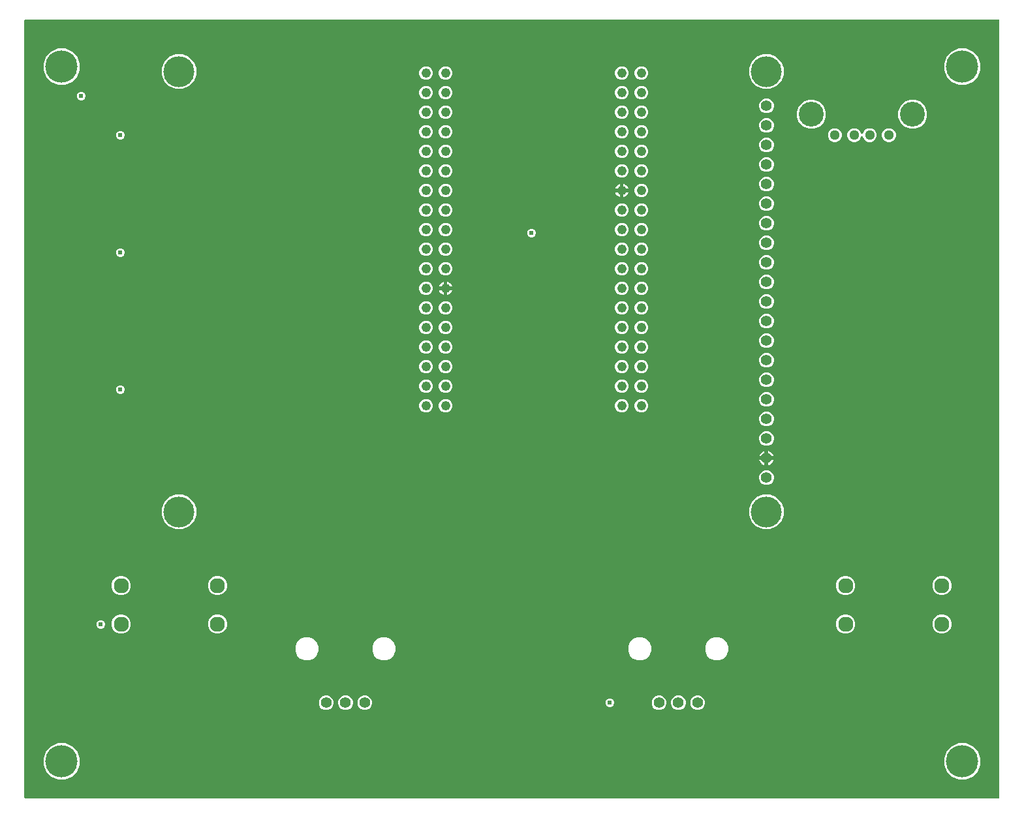
<source format=gbr>
G04 EAGLE Gerber RS-274X export*
G75*
%MOMM*%
%FSLAX34Y34*%
%LPD*%
%INCopper Layer 15*%
%IPPOS*%
%AMOC8*
5,1,8,0,0,1.08239X$1,22.5*%
G01*
%ADD10C,4.191000*%
%ADD11C,1.400000*%
%ADD12C,4.016000*%
%ADD13C,1.960000*%
%ADD14C,1.244600*%
%ADD15C,1.288000*%
%ADD16C,3.220000*%
%ADD17C,0.609600*%

G36*
X1266308Y2556D02*
X1266308Y2556D01*
X1266427Y2563D01*
X1266465Y2576D01*
X1266506Y2581D01*
X1266616Y2624D01*
X1266729Y2661D01*
X1266764Y2683D01*
X1266801Y2698D01*
X1266897Y2767D01*
X1266998Y2831D01*
X1267026Y2861D01*
X1267059Y2884D01*
X1267135Y2976D01*
X1267216Y3063D01*
X1267236Y3098D01*
X1267261Y3129D01*
X1267312Y3237D01*
X1267370Y3341D01*
X1267380Y3381D01*
X1267397Y3417D01*
X1267419Y3534D01*
X1267449Y3649D01*
X1267453Y3709D01*
X1267457Y3729D01*
X1267455Y3750D01*
X1267459Y3810D01*
X1267459Y1012190D01*
X1267444Y1012308D01*
X1267437Y1012427D01*
X1267424Y1012465D01*
X1267419Y1012506D01*
X1267376Y1012616D01*
X1267339Y1012729D01*
X1267317Y1012764D01*
X1267302Y1012801D01*
X1267233Y1012897D01*
X1267169Y1012998D01*
X1267139Y1013026D01*
X1267116Y1013059D01*
X1267024Y1013135D01*
X1266937Y1013216D01*
X1266902Y1013236D01*
X1266871Y1013261D01*
X1266763Y1013312D01*
X1266659Y1013370D01*
X1266619Y1013380D01*
X1266583Y1013397D01*
X1266466Y1013419D01*
X1266351Y1013449D01*
X1266291Y1013453D01*
X1266271Y1013457D01*
X1266250Y1013455D01*
X1266190Y1013459D01*
X3810Y1013459D01*
X3692Y1013444D01*
X3573Y1013437D01*
X3535Y1013424D01*
X3494Y1013419D01*
X3384Y1013376D01*
X3271Y1013339D01*
X3236Y1013317D01*
X3199Y1013302D01*
X3103Y1013233D01*
X3002Y1013169D01*
X2974Y1013139D01*
X2941Y1013116D01*
X2865Y1013024D01*
X2784Y1012937D01*
X2764Y1012902D01*
X2739Y1012871D01*
X2688Y1012763D01*
X2630Y1012659D01*
X2620Y1012619D01*
X2603Y1012583D01*
X2581Y1012466D01*
X2551Y1012351D01*
X2547Y1012291D01*
X2543Y1012271D01*
X2545Y1012250D01*
X2541Y1012190D01*
X2541Y3810D01*
X2556Y3692D01*
X2563Y3573D01*
X2576Y3535D01*
X2581Y3494D01*
X2624Y3384D01*
X2661Y3271D01*
X2683Y3236D01*
X2698Y3199D01*
X2767Y3103D01*
X2831Y3002D01*
X2861Y2974D01*
X2884Y2941D01*
X2976Y2865D01*
X3063Y2784D01*
X3098Y2764D01*
X3129Y2739D01*
X3237Y2688D01*
X3341Y2630D01*
X3381Y2620D01*
X3417Y2603D01*
X3534Y2581D01*
X3649Y2551D01*
X3709Y2547D01*
X3729Y2543D01*
X3750Y2545D01*
X3810Y2541D01*
X1266190Y2541D01*
X1266308Y2556D01*
G37*
%LPC*%
G36*
X46126Y27304D02*
X46126Y27304D01*
X37491Y30881D01*
X30881Y37491D01*
X27304Y46126D01*
X27304Y55474D01*
X30881Y64109D01*
X37491Y70719D01*
X46126Y74296D01*
X55474Y74296D01*
X64109Y70719D01*
X70719Y64109D01*
X74296Y55474D01*
X74296Y46126D01*
X70719Y37491D01*
X64109Y30881D01*
X55474Y27304D01*
X46126Y27304D01*
G37*
%LPD*%
%LPC*%
G36*
X1214526Y27304D02*
X1214526Y27304D01*
X1205891Y30881D01*
X1199281Y37491D01*
X1195704Y46126D01*
X1195704Y55474D01*
X1199281Y64109D01*
X1205891Y70719D01*
X1214526Y74296D01*
X1223874Y74296D01*
X1232509Y70719D01*
X1239119Y64109D01*
X1242696Y55474D01*
X1242696Y46126D01*
X1239119Y37491D01*
X1232509Y30881D01*
X1223874Y27304D01*
X1214526Y27304D01*
G37*
%LPD*%
%LPC*%
G36*
X46126Y929004D02*
X46126Y929004D01*
X37491Y932581D01*
X30881Y939191D01*
X27304Y947826D01*
X27304Y957174D01*
X30881Y965809D01*
X37491Y972419D01*
X46126Y975996D01*
X55474Y975996D01*
X64109Y972419D01*
X70719Y965809D01*
X74296Y957174D01*
X74296Y947826D01*
X70719Y939191D01*
X64109Y932581D01*
X55474Y929004D01*
X46126Y929004D01*
G37*
%LPD*%
%LPC*%
G36*
X1214526Y929004D02*
X1214526Y929004D01*
X1205891Y932581D01*
X1199281Y939191D01*
X1195704Y947826D01*
X1195704Y957174D01*
X1199281Y965809D01*
X1205891Y972419D01*
X1214526Y975996D01*
X1223874Y975996D01*
X1232509Y972419D01*
X1239119Y965809D01*
X1242696Y957174D01*
X1242696Y947826D01*
X1239119Y939191D01*
X1232509Y932581D01*
X1223874Y929004D01*
X1214526Y929004D01*
G37*
%LPD*%
%LPC*%
G36*
X198700Y923529D02*
X198700Y923529D01*
X190386Y926973D01*
X184023Y933336D01*
X180579Y941650D01*
X180579Y950650D01*
X184023Y958964D01*
X190386Y965327D01*
X198700Y968771D01*
X207700Y968771D01*
X216014Y965327D01*
X222377Y958964D01*
X225821Y950650D01*
X225821Y941650D01*
X222377Y933336D01*
X216014Y926973D01*
X207700Y923529D01*
X198700Y923529D01*
G37*
%LPD*%
%LPC*%
G36*
X960700Y923529D02*
X960700Y923529D01*
X952386Y926973D01*
X946023Y933336D01*
X942579Y941650D01*
X942579Y950650D01*
X946023Y958964D01*
X952386Y965327D01*
X960700Y968771D01*
X969700Y968771D01*
X978014Y965327D01*
X984377Y958964D01*
X987821Y950650D01*
X987821Y941650D01*
X984377Y933336D01*
X978014Y926973D01*
X969700Y923529D01*
X960700Y923529D01*
G37*
%LPD*%
%LPC*%
G36*
X198700Y352029D02*
X198700Y352029D01*
X190386Y355473D01*
X184023Y361836D01*
X180579Y370150D01*
X180579Y379150D01*
X184023Y387464D01*
X190386Y393827D01*
X198700Y397271D01*
X207700Y397271D01*
X216014Y393827D01*
X222377Y387464D01*
X225821Y379150D01*
X225821Y370150D01*
X222377Y361836D01*
X216014Y355473D01*
X207700Y352029D01*
X198700Y352029D01*
G37*
%LPD*%
%LPC*%
G36*
X960700Y352029D02*
X960700Y352029D01*
X952386Y355473D01*
X946023Y361836D01*
X942579Y370150D01*
X942579Y379150D01*
X946023Y387464D01*
X952386Y393827D01*
X960700Y397271D01*
X969700Y397271D01*
X978014Y393827D01*
X984377Y387464D01*
X987821Y379150D01*
X987821Y370150D01*
X984377Y361836D01*
X978014Y355473D01*
X969700Y352029D01*
X960700Y352029D01*
G37*
%LPD*%
%LPC*%
G36*
X1151092Y872059D02*
X1151092Y872059D01*
X1144241Y874897D01*
X1138997Y880141D01*
X1136159Y886992D01*
X1136159Y894408D01*
X1138997Y901259D01*
X1144241Y906503D01*
X1151092Y909341D01*
X1158508Y909341D01*
X1165359Y906503D01*
X1170603Y901259D01*
X1173441Y894408D01*
X1173441Y886992D01*
X1170603Y880141D01*
X1165359Y874897D01*
X1158508Y872059D01*
X1151092Y872059D01*
G37*
%LPD*%
%LPC*%
G36*
X1019692Y872059D02*
X1019692Y872059D01*
X1012841Y874897D01*
X1007597Y880141D01*
X1004759Y886992D01*
X1004759Y894408D01*
X1007597Y901259D01*
X1012841Y906503D01*
X1019692Y909341D01*
X1027108Y909341D01*
X1033959Y906503D01*
X1039203Y901259D01*
X1042041Y894408D01*
X1042041Y886992D01*
X1039203Y880141D01*
X1033959Y874897D01*
X1027108Y872059D01*
X1019692Y872059D01*
G37*
%LPD*%
%LPC*%
G36*
X897908Y181959D02*
X897908Y181959D01*
X892380Y184249D01*
X888149Y188480D01*
X885859Y194008D01*
X885859Y199992D01*
X888149Y205520D01*
X892380Y209751D01*
X897908Y212041D01*
X903892Y212041D01*
X909420Y209751D01*
X913651Y205520D01*
X915941Y199992D01*
X915941Y194008D01*
X913651Y188480D01*
X909420Y184249D01*
X903892Y181959D01*
X897908Y181959D01*
G37*
%LPD*%
%LPC*%
G36*
X466108Y181959D02*
X466108Y181959D01*
X460580Y184249D01*
X456349Y188480D01*
X454059Y194008D01*
X454059Y199992D01*
X456349Y205520D01*
X460580Y209751D01*
X466108Y212041D01*
X472092Y212041D01*
X477620Y209751D01*
X481851Y205520D01*
X484141Y199992D01*
X484141Y194008D01*
X481851Y188480D01*
X477620Y184249D01*
X472092Y181959D01*
X466108Y181959D01*
G37*
%LPD*%
%LPC*%
G36*
X366108Y181959D02*
X366108Y181959D01*
X360580Y184249D01*
X356349Y188480D01*
X354059Y194008D01*
X354059Y199992D01*
X356349Y205520D01*
X360580Y209751D01*
X366108Y212041D01*
X372092Y212041D01*
X377620Y209751D01*
X381851Y205520D01*
X384141Y199992D01*
X384141Y194008D01*
X381851Y188480D01*
X377620Y184249D01*
X372092Y181959D01*
X366108Y181959D01*
G37*
%LPD*%
%LPC*%
G36*
X797908Y181959D02*
X797908Y181959D01*
X792380Y184249D01*
X788149Y188480D01*
X785859Y194008D01*
X785859Y199992D01*
X788149Y205520D01*
X792380Y209751D01*
X797908Y212041D01*
X803892Y212041D01*
X809420Y209751D01*
X813651Y205520D01*
X815941Y199992D01*
X815941Y194008D01*
X813651Y188480D01*
X809420Y184249D01*
X803892Y181959D01*
X797908Y181959D01*
G37*
%LPD*%
%LPC*%
G36*
X1077314Y854619D02*
X1077314Y854619D01*
X1074013Y855986D01*
X1071486Y858513D01*
X1070119Y861814D01*
X1070119Y865386D01*
X1071486Y868687D01*
X1074013Y871214D01*
X1077314Y872581D01*
X1080886Y872581D01*
X1084187Y871214D01*
X1086714Y868687D01*
X1087927Y865757D01*
X1087996Y865636D01*
X1088061Y865513D01*
X1088075Y865498D01*
X1088085Y865480D01*
X1088182Y865380D01*
X1088275Y865278D01*
X1088292Y865267D01*
X1088306Y865252D01*
X1088424Y865179D01*
X1088541Y865103D01*
X1088560Y865096D01*
X1088577Y865086D01*
X1088710Y865045D01*
X1088842Y865000D01*
X1088862Y864998D01*
X1088881Y864992D01*
X1089020Y864986D01*
X1089159Y864974D01*
X1089179Y864978D01*
X1089199Y864977D01*
X1089335Y865005D01*
X1089472Y865029D01*
X1089490Y865037D01*
X1089510Y865041D01*
X1089636Y865103D01*
X1089762Y865159D01*
X1089778Y865172D01*
X1089796Y865181D01*
X1089902Y865272D01*
X1090010Y865358D01*
X1090023Y865374D01*
X1090038Y865387D01*
X1090118Y865502D01*
X1090202Y865612D01*
X1090214Y865637D01*
X1090221Y865647D01*
X1090228Y865667D01*
X1090273Y865757D01*
X1091486Y868687D01*
X1094013Y871214D01*
X1097314Y872581D01*
X1100886Y872581D01*
X1104187Y871214D01*
X1106714Y868687D01*
X1108081Y865386D01*
X1108081Y861814D01*
X1106714Y858513D01*
X1104187Y855986D01*
X1100886Y854619D01*
X1097314Y854619D01*
X1094013Y855986D01*
X1091486Y858513D01*
X1090273Y861443D01*
X1090204Y861564D01*
X1090139Y861687D01*
X1090125Y861702D01*
X1090115Y861720D01*
X1090018Y861820D01*
X1089925Y861922D01*
X1089908Y861933D01*
X1089894Y861948D01*
X1089775Y862021D01*
X1089659Y862097D01*
X1089640Y862104D01*
X1089623Y862114D01*
X1089490Y862155D01*
X1089358Y862200D01*
X1089338Y862202D01*
X1089319Y862208D01*
X1089180Y862214D01*
X1089041Y862226D01*
X1089021Y862222D01*
X1089001Y862223D01*
X1088865Y862195D01*
X1088728Y862171D01*
X1088709Y862163D01*
X1088690Y862159D01*
X1088564Y862097D01*
X1088438Y862041D01*
X1088422Y862028D01*
X1088404Y862019D01*
X1088298Y861929D01*
X1088190Y861842D01*
X1088177Y861826D01*
X1088162Y861813D01*
X1088082Y861699D01*
X1087998Y861588D01*
X1087986Y861563D01*
X1087979Y861553D01*
X1087972Y861533D01*
X1087927Y861443D01*
X1086714Y858513D01*
X1084187Y855986D01*
X1080886Y854619D01*
X1077314Y854619D01*
G37*
%LPD*%
%LPC*%
G36*
X1065345Y266659D02*
X1065345Y266659D01*
X1060810Y268538D01*
X1057338Y272010D01*
X1055459Y276545D01*
X1055459Y281455D01*
X1057338Y285990D01*
X1060810Y289462D01*
X1065345Y291341D01*
X1070255Y291341D01*
X1074790Y289462D01*
X1078262Y285990D01*
X1080141Y281455D01*
X1080141Y276545D01*
X1078262Y272010D01*
X1074790Y268538D01*
X1070255Y266659D01*
X1065345Y266659D01*
G37*
%LPD*%
%LPC*%
G36*
X1190345Y266659D02*
X1190345Y266659D01*
X1185810Y268538D01*
X1182338Y272010D01*
X1180459Y276545D01*
X1180459Y281455D01*
X1182338Y285990D01*
X1185810Y289462D01*
X1190345Y291341D01*
X1195255Y291341D01*
X1199790Y289462D01*
X1203262Y285990D01*
X1205141Y281455D01*
X1205141Y276545D01*
X1203262Y272010D01*
X1199790Y268538D01*
X1195255Y266659D01*
X1190345Y266659D01*
G37*
%LPD*%
%LPC*%
G36*
X125545Y266659D02*
X125545Y266659D01*
X121010Y268538D01*
X117538Y272010D01*
X115659Y276545D01*
X115659Y281455D01*
X117538Y285990D01*
X121010Y289462D01*
X125545Y291341D01*
X130455Y291341D01*
X134990Y289462D01*
X138462Y285990D01*
X140341Y281455D01*
X140341Y276545D01*
X138462Y272010D01*
X134990Y268538D01*
X130455Y266659D01*
X125545Y266659D01*
G37*
%LPD*%
%LPC*%
G36*
X250545Y266659D02*
X250545Y266659D01*
X246010Y268538D01*
X242538Y272010D01*
X240659Y276545D01*
X240659Y281455D01*
X242538Y285990D01*
X246010Y289462D01*
X250545Y291341D01*
X255455Y291341D01*
X259990Y289462D01*
X263462Y285990D01*
X265341Y281455D01*
X265341Y276545D01*
X263462Y272010D01*
X259990Y268538D01*
X255455Y266659D01*
X250545Y266659D01*
G37*
%LPD*%
%LPC*%
G36*
X1065345Y216659D02*
X1065345Y216659D01*
X1060810Y218538D01*
X1057338Y222010D01*
X1055459Y226545D01*
X1055459Y231455D01*
X1057338Y235990D01*
X1060810Y239462D01*
X1065345Y241341D01*
X1070255Y241341D01*
X1074790Y239462D01*
X1078262Y235990D01*
X1080141Y231455D01*
X1080141Y226545D01*
X1078262Y222010D01*
X1074790Y218538D01*
X1070255Y216659D01*
X1065345Y216659D01*
G37*
%LPD*%
%LPC*%
G36*
X250545Y216659D02*
X250545Y216659D01*
X246010Y218538D01*
X242538Y222010D01*
X240659Y226545D01*
X240659Y231455D01*
X242538Y235990D01*
X246010Y239462D01*
X250545Y241341D01*
X255455Y241341D01*
X259990Y239462D01*
X263462Y235990D01*
X265341Y231455D01*
X265341Y226545D01*
X263462Y222010D01*
X259990Y218538D01*
X255455Y216659D01*
X250545Y216659D01*
G37*
%LPD*%
%LPC*%
G36*
X125545Y216659D02*
X125545Y216659D01*
X121010Y218538D01*
X117538Y222010D01*
X115659Y226545D01*
X115659Y231455D01*
X117538Y235990D01*
X121010Y239462D01*
X125545Y241341D01*
X130455Y241341D01*
X134990Y239462D01*
X138462Y235990D01*
X140341Y231455D01*
X140341Y226545D01*
X138462Y222010D01*
X134990Y218538D01*
X130455Y216659D01*
X125545Y216659D01*
G37*
%LPD*%
%LPC*%
G36*
X1190345Y216659D02*
X1190345Y216659D01*
X1185810Y218538D01*
X1182338Y222010D01*
X1180459Y226545D01*
X1180459Y231455D01*
X1182338Y235990D01*
X1185810Y239462D01*
X1190345Y241341D01*
X1195255Y241341D01*
X1199790Y239462D01*
X1203262Y235990D01*
X1205141Y231455D01*
X1205141Y226545D01*
X1203262Y222010D01*
X1199790Y218538D01*
X1195255Y216659D01*
X1190345Y216659D01*
G37*
%LPD*%
%LPC*%
G36*
X963302Y663559D02*
X963302Y663559D01*
X959796Y665012D01*
X957112Y667696D01*
X955659Y671202D01*
X955659Y674998D01*
X957112Y678504D01*
X959796Y681188D01*
X963302Y682641D01*
X967098Y682641D01*
X970604Y681188D01*
X973288Y678504D01*
X974741Y674998D01*
X974741Y671202D01*
X973288Y667696D01*
X970604Y665012D01*
X967098Y663559D01*
X963302Y663559D01*
G37*
%LPD*%
%LPC*%
G36*
X392202Y117459D02*
X392202Y117459D01*
X388696Y118912D01*
X386012Y121596D01*
X384559Y125102D01*
X384559Y128898D01*
X386012Y132404D01*
X388696Y135088D01*
X392202Y136541D01*
X395998Y136541D01*
X399504Y135088D01*
X402188Y132404D01*
X403641Y128898D01*
X403641Y125102D01*
X402188Y121596D01*
X399504Y118912D01*
X395998Y117459D01*
X392202Y117459D01*
G37*
%LPD*%
%LPC*%
G36*
X417202Y117459D02*
X417202Y117459D01*
X413696Y118912D01*
X411012Y121596D01*
X409559Y125102D01*
X409559Y128898D01*
X411012Y132404D01*
X413696Y135088D01*
X417202Y136541D01*
X420998Y136541D01*
X424504Y135088D01*
X427188Y132404D01*
X428641Y128898D01*
X428641Y125102D01*
X427188Y121596D01*
X424504Y118912D01*
X420998Y117459D01*
X417202Y117459D01*
G37*
%LPD*%
%LPC*%
G36*
X963302Y739759D02*
X963302Y739759D01*
X959796Y741212D01*
X957112Y743896D01*
X955659Y747402D01*
X955659Y751198D01*
X957112Y754704D01*
X959796Y757388D01*
X963302Y758841D01*
X967098Y758841D01*
X970604Y757388D01*
X973288Y754704D01*
X974741Y751198D01*
X974741Y747402D01*
X973288Y743896D01*
X970604Y741212D01*
X967098Y739759D01*
X963302Y739759D01*
G37*
%LPD*%
%LPC*%
G36*
X963302Y714359D02*
X963302Y714359D01*
X959796Y715812D01*
X957112Y718496D01*
X955659Y722002D01*
X955659Y725798D01*
X957112Y729304D01*
X959796Y731988D01*
X963302Y733441D01*
X967098Y733441D01*
X970604Y731988D01*
X973288Y729304D01*
X974741Y725798D01*
X974741Y722002D01*
X973288Y718496D01*
X970604Y715812D01*
X967098Y714359D01*
X963302Y714359D01*
G37*
%LPD*%
%LPC*%
G36*
X442202Y117459D02*
X442202Y117459D01*
X438696Y118912D01*
X436012Y121596D01*
X434559Y125102D01*
X434559Y128898D01*
X436012Y132404D01*
X438696Y135088D01*
X442202Y136541D01*
X445998Y136541D01*
X449504Y135088D01*
X452188Y132404D01*
X453641Y128898D01*
X453641Y125102D01*
X452188Y121596D01*
X449504Y118912D01*
X445998Y117459D01*
X442202Y117459D01*
G37*
%LPD*%
%LPC*%
G36*
X963302Y841359D02*
X963302Y841359D01*
X959796Y842812D01*
X957112Y845496D01*
X955659Y849002D01*
X955659Y852798D01*
X957112Y856304D01*
X959796Y858988D01*
X963302Y860441D01*
X967098Y860441D01*
X970604Y858988D01*
X973288Y856304D01*
X974741Y852798D01*
X974741Y849002D01*
X973288Y845496D01*
X970604Y842812D01*
X967098Y841359D01*
X963302Y841359D01*
G37*
%LPD*%
%LPC*%
G36*
X824002Y117459D02*
X824002Y117459D01*
X820496Y118912D01*
X817812Y121596D01*
X816359Y125102D01*
X816359Y128898D01*
X817812Y132404D01*
X820496Y135088D01*
X824002Y136541D01*
X827798Y136541D01*
X831304Y135088D01*
X833988Y132404D01*
X835441Y128898D01*
X835441Y125102D01*
X833988Y121596D01*
X831304Y118912D01*
X827798Y117459D01*
X824002Y117459D01*
G37*
%LPD*%
%LPC*%
G36*
X849002Y117459D02*
X849002Y117459D01*
X845496Y118912D01*
X842812Y121596D01*
X841359Y125102D01*
X841359Y128898D01*
X842812Y132404D01*
X845496Y135088D01*
X849002Y136541D01*
X852798Y136541D01*
X856304Y135088D01*
X858988Y132404D01*
X860441Y128898D01*
X860441Y125102D01*
X858988Y121596D01*
X856304Y118912D01*
X852798Y117459D01*
X849002Y117459D01*
G37*
%LPD*%
%LPC*%
G36*
X874002Y117459D02*
X874002Y117459D01*
X870496Y118912D01*
X867812Y121596D01*
X866359Y125102D01*
X866359Y128898D01*
X867812Y132404D01*
X870496Y135088D01*
X874002Y136541D01*
X877798Y136541D01*
X881304Y135088D01*
X883988Y132404D01*
X885441Y128898D01*
X885441Y125102D01*
X883988Y121596D01*
X881304Y118912D01*
X877798Y117459D01*
X874002Y117459D01*
G37*
%LPD*%
%LPC*%
G36*
X963302Y892159D02*
X963302Y892159D01*
X959796Y893612D01*
X957112Y896296D01*
X955659Y899802D01*
X955659Y903598D01*
X957112Y907104D01*
X959796Y909788D01*
X963302Y911241D01*
X967098Y911241D01*
X970604Y909788D01*
X973288Y907104D01*
X974741Y903598D01*
X974741Y899802D01*
X973288Y896296D01*
X970604Y893612D01*
X967098Y892159D01*
X963302Y892159D01*
G37*
%LPD*%
%LPC*%
G36*
X963302Y815959D02*
X963302Y815959D01*
X959796Y817412D01*
X957112Y820096D01*
X955659Y823602D01*
X955659Y827398D01*
X957112Y830904D01*
X959796Y833588D01*
X963302Y835041D01*
X967098Y835041D01*
X970604Y833588D01*
X973288Y830904D01*
X974741Y827398D01*
X974741Y823602D01*
X973288Y820096D01*
X970604Y817412D01*
X967098Y815959D01*
X963302Y815959D01*
G37*
%LPD*%
%LPC*%
G36*
X963302Y866759D02*
X963302Y866759D01*
X959796Y868212D01*
X957112Y870896D01*
X955659Y874402D01*
X955659Y878198D01*
X957112Y881704D01*
X959796Y884388D01*
X963302Y885841D01*
X967098Y885841D01*
X970604Y884388D01*
X973288Y881704D01*
X974741Y878198D01*
X974741Y874402D01*
X973288Y870896D01*
X970604Y868212D01*
X967098Y866759D01*
X963302Y866759D01*
G37*
%LPD*%
%LPC*%
G36*
X963302Y409559D02*
X963302Y409559D01*
X959796Y411012D01*
X957112Y413696D01*
X955659Y417202D01*
X955659Y420998D01*
X957112Y424504D01*
X959796Y427188D01*
X963302Y428641D01*
X967098Y428641D01*
X970604Y427188D01*
X973288Y424504D01*
X974741Y420998D01*
X974741Y417202D01*
X973288Y413696D01*
X970604Y411012D01*
X967098Y409559D01*
X963302Y409559D01*
G37*
%LPD*%
%LPC*%
G36*
X963302Y460359D02*
X963302Y460359D01*
X959796Y461812D01*
X957112Y464496D01*
X955659Y468002D01*
X955659Y471798D01*
X957112Y475304D01*
X959796Y477988D01*
X963302Y479441D01*
X967098Y479441D01*
X970604Y477988D01*
X973288Y475304D01*
X974741Y471798D01*
X974741Y468002D01*
X973288Y464496D01*
X970604Y461812D01*
X967098Y460359D01*
X963302Y460359D01*
G37*
%LPD*%
%LPC*%
G36*
X963302Y485759D02*
X963302Y485759D01*
X959796Y487212D01*
X957112Y489896D01*
X955659Y493402D01*
X955659Y497198D01*
X957112Y500704D01*
X959796Y503388D01*
X963302Y504841D01*
X967098Y504841D01*
X970604Y503388D01*
X973288Y500704D01*
X974741Y497198D01*
X974741Y493402D01*
X973288Y489896D01*
X970604Y487212D01*
X967098Y485759D01*
X963302Y485759D01*
G37*
%LPD*%
%LPC*%
G36*
X963302Y790559D02*
X963302Y790559D01*
X959796Y792012D01*
X957112Y794696D01*
X955659Y798202D01*
X955659Y801998D01*
X957112Y805504D01*
X959796Y808188D01*
X963302Y809641D01*
X967098Y809641D01*
X970604Y808188D01*
X973288Y805504D01*
X974741Y801998D01*
X974741Y798202D01*
X973288Y794696D01*
X970604Y792012D01*
X967098Y790559D01*
X963302Y790559D01*
G37*
%LPD*%
%LPC*%
G36*
X963302Y511159D02*
X963302Y511159D01*
X959796Y512612D01*
X957112Y515296D01*
X955659Y518802D01*
X955659Y522598D01*
X957112Y526104D01*
X959796Y528788D01*
X963302Y530241D01*
X967098Y530241D01*
X970604Y528788D01*
X973288Y526104D01*
X974741Y522598D01*
X974741Y518802D01*
X973288Y515296D01*
X970604Y512612D01*
X967098Y511159D01*
X963302Y511159D01*
G37*
%LPD*%
%LPC*%
G36*
X963302Y536559D02*
X963302Y536559D01*
X959796Y538012D01*
X957112Y540696D01*
X955659Y544202D01*
X955659Y547998D01*
X957112Y551504D01*
X959796Y554188D01*
X963302Y555641D01*
X967098Y555641D01*
X970604Y554188D01*
X973288Y551504D01*
X974741Y547998D01*
X974741Y544202D01*
X973288Y540696D01*
X970604Y538012D01*
X967098Y536559D01*
X963302Y536559D01*
G37*
%LPD*%
%LPC*%
G36*
X963302Y561959D02*
X963302Y561959D01*
X959796Y563412D01*
X957112Y566096D01*
X955659Y569602D01*
X955659Y573398D01*
X957112Y576904D01*
X959796Y579588D01*
X963302Y581041D01*
X967098Y581041D01*
X970604Y579588D01*
X973288Y576904D01*
X974741Y573398D01*
X974741Y569602D01*
X973288Y566096D01*
X970604Y563412D01*
X967098Y561959D01*
X963302Y561959D01*
G37*
%LPD*%
%LPC*%
G36*
X963302Y587359D02*
X963302Y587359D01*
X959796Y588812D01*
X957112Y591496D01*
X955659Y595002D01*
X955659Y598798D01*
X957112Y602304D01*
X959796Y604988D01*
X963302Y606441D01*
X967098Y606441D01*
X970604Y604988D01*
X973288Y602304D01*
X974741Y598798D01*
X974741Y595002D01*
X973288Y591496D01*
X970604Y588812D01*
X967098Y587359D01*
X963302Y587359D01*
G37*
%LPD*%
%LPC*%
G36*
X963302Y612759D02*
X963302Y612759D01*
X959796Y614212D01*
X957112Y616896D01*
X955659Y620402D01*
X955659Y624198D01*
X957112Y627704D01*
X959796Y630388D01*
X963302Y631841D01*
X967098Y631841D01*
X970604Y630388D01*
X973288Y627704D01*
X974741Y624198D01*
X974741Y620402D01*
X973288Y616896D01*
X970604Y614212D01*
X967098Y612759D01*
X963302Y612759D01*
G37*
%LPD*%
%LPC*%
G36*
X963302Y638159D02*
X963302Y638159D01*
X959796Y639612D01*
X957112Y642296D01*
X955659Y645802D01*
X955659Y649598D01*
X957112Y653104D01*
X959796Y655788D01*
X963302Y657241D01*
X967098Y657241D01*
X970604Y655788D01*
X973288Y653104D01*
X974741Y649598D01*
X974741Y645802D01*
X973288Y642296D01*
X970604Y639612D01*
X967098Y638159D01*
X963302Y638159D01*
G37*
%LPD*%
%LPC*%
G36*
X963302Y688959D02*
X963302Y688959D01*
X959796Y690412D01*
X957112Y693096D01*
X955659Y696602D01*
X955659Y700398D01*
X957112Y703904D01*
X959796Y706588D01*
X963302Y708041D01*
X967098Y708041D01*
X970604Y706588D01*
X973288Y703904D01*
X974741Y700398D01*
X974741Y696602D01*
X973288Y693096D01*
X970604Y690412D01*
X967098Y688959D01*
X963302Y688959D01*
G37*
%LPD*%
%LPC*%
G36*
X963302Y765159D02*
X963302Y765159D01*
X959796Y766612D01*
X957112Y769296D01*
X955659Y772802D01*
X955659Y776598D01*
X957112Y780104D01*
X959796Y782788D01*
X963302Y784241D01*
X967098Y784241D01*
X970604Y782788D01*
X973288Y780104D01*
X974741Y776598D01*
X974741Y772802D01*
X973288Y769296D01*
X970604Y766612D01*
X967098Y765159D01*
X963302Y765159D01*
G37*
%LPD*%
%LPC*%
G36*
X1122314Y854619D02*
X1122314Y854619D01*
X1119013Y855986D01*
X1116486Y858513D01*
X1115119Y861814D01*
X1115119Y865386D01*
X1116486Y868687D01*
X1119013Y871214D01*
X1122314Y872581D01*
X1125886Y872581D01*
X1129187Y871214D01*
X1131714Y868687D01*
X1133081Y865386D01*
X1133081Y861814D01*
X1131714Y858513D01*
X1129187Y855986D01*
X1125886Y854619D01*
X1122314Y854619D01*
G37*
%LPD*%
%LPC*%
G36*
X1052314Y854619D02*
X1052314Y854619D01*
X1049013Y855986D01*
X1046486Y858513D01*
X1045119Y861814D01*
X1045119Y865386D01*
X1046486Y868687D01*
X1049013Y871214D01*
X1052314Y872581D01*
X1055886Y872581D01*
X1059187Y871214D01*
X1061714Y868687D01*
X1063081Y865386D01*
X1063081Y861814D01*
X1061714Y858513D01*
X1059187Y855986D01*
X1055886Y854619D01*
X1052314Y854619D01*
G37*
%LPD*%
%LPC*%
G36*
X547157Y757636D02*
X547157Y757636D01*
X543936Y758970D01*
X541470Y761436D01*
X540136Y764657D01*
X540136Y768143D01*
X541470Y771364D01*
X543936Y773830D01*
X547157Y775164D01*
X550643Y775164D01*
X553864Y773830D01*
X556330Y771364D01*
X557664Y768143D01*
X557664Y764657D01*
X556330Y761436D01*
X553864Y758970D01*
X550643Y757636D01*
X547157Y757636D01*
G37*
%LPD*%
%LPC*%
G36*
X521757Y757636D02*
X521757Y757636D01*
X518536Y758970D01*
X516070Y761436D01*
X514736Y764657D01*
X514736Y768143D01*
X516070Y771364D01*
X518536Y773830D01*
X521757Y775164D01*
X525243Y775164D01*
X528464Y773830D01*
X530930Y771364D01*
X532264Y768143D01*
X532264Y764657D01*
X530930Y761436D01*
X528464Y758970D01*
X525243Y757636D01*
X521757Y757636D01*
G37*
%LPD*%
%LPC*%
G36*
X775757Y757636D02*
X775757Y757636D01*
X772536Y758970D01*
X770070Y761436D01*
X768736Y764657D01*
X768736Y768143D01*
X770070Y771364D01*
X772536Y773830D01*
X775757Y775164D01*
X779243Y775164D01*
X782464Y773830D01*
X784930Y771364D01*
X786264Y768143D01*
X786264Y764657D01*
X784930Y761436D01*
X782464Y758970D01*
X779243Y757636D01*
X775757Y757636D01*
G37*
%LPD*%
%LPC*%
G36*
X801157Y732236D02*
X801157Y732236D01*
X797936Y733570D01*
X795470Y736036D01*
X794136Y739257D01*
X794136Y742743D01*
X795470Y745964D01*
X797936Y748430D01*
X801157Y749764D01*
X804643Y749764D01*
X807864Y748430D01*
X810330Y745964D01*
X811664Y742743D01*
X811664Y739257D01*
X810330Y736036D01*
X807864Y733570D01*
X804643Y732236D01*
X801157Y732236D01*
G37*
%LPD*%
%LPC*%
G36*
X775757Y732236D02*
X775757Y732236D01*
X772536Y733570D01*
X770070Y736036D01*
X768736Y739257D01*
X768736Y742743D01*
X770070Y745964D01*
X772536Y748430D01*
X775757Y749764D01*
X779243Y749764D01*
X782464Y748430D01*
X784930Y745964D01*
X786264Y742743D01*
X786264Y739257D01*
X784930Y736036D01*
X782464Y733570D01*
X779243Y732236D01*
X775757Y732236D01*
G37*
%LPD*%
%LPC*%
G36*
X547157Y732236D02*
X547157Y732236D01*
X543936Y733570D01*
X541470Y736036D01*
X540136Y739257D01*
X540136Y742743D01*
X541470Y745964D01*
X543936Y748430D01*
X547157Y749764D01*
X550643Y749764D01*
X553864Y748430D01*
X556330Y745964D01*
X557664Y742743D01*
X557664Y739257D01*
X556330Y736036D01*
X553864Y733570D01*
X550643Y732236D01*
X547157Y732236D01*
G37*
%LPD*%
%LPC*%
G36*
X521757Y732236D02*
X521757Y732236D01*
X518536Y733570D01*
X516070Y736036D01*
X514736Y739257D01*
X514736Y742743D01*
X516070Y745964D01*
X518536Y748430D01*
X521757Y749764D01*
X525243Y749764D01*
X528464Y748430D01*
X530930Y745964D01*
X532264Y742743D01*
X532264Y739257D01*
X530930Y736036D01*
X528464Y733570D01*
X525243Y732236D01*
X521757Y732236D01*
G37*
%LPD*%
%LPC*%
G36*
X801157Y656036D02*
X801157Y656036D01*
X797936Y657370D01*
X795470Y659836D01*
X794136Y663057D01*
X794136Y666543D01*
X795470Y669764D01*
X797936Y672230D01*
X801157Y673564D01*
X804643Y673564D01*
X807864Y672230D01*
X810330Y669764D01*
X811664Y666543D01*
X811664Y663057D01*
X810330Y659836D01*
X807864Y657370D01*
X804643Y656036D01*
X801157Y656036D01*
G37*
%LPD*%
%LPC*%
G36*
X801157Y757636D02*
X801157Y757636D01*
X797936Y758970D01*
X795470Y761436D01*
X794136Y764657D01*
X794136Y768143D01*
X795470Y771364D01*
X797936Y773830D01*
X801157Y775164D01*
X804643Y775164D01*
X807864Y773830D01*
X810330Y771364D01*
X811664Y768143D01*
X811664Y764657D01*
X810330Y761436D01*
X807864Y758970D01*
X804643Y757636D01*
X801157Y757636D01*
G37*
%LPD*%
%LPC*%
G36*
X521757Y706836D02*
X521757Y706836D01*
X518536Y708170D01*
X516070Y710636D01*
X514736Y713857D01*
X514736Y717343D01*
X516070Y720564D01*
X518536Y723030D01*
X521757Y724364D01*
X525243Y724364D01*
X528464Y723030D01*
X530930Y720564D01*
X532264Y717343D01*
X532264Y713857D01*
X530930Y710636D01*
X528464Y708170D01*
X525243Y706836D01*
X521757Y706836D01*
G37*
%LPD*%
%LPC*%
G36*
X801157Y706836D02*
X801157Y706836D01*
X797936Y708170D01*
X795470Y710636D01*
X794136Y713857D01*
X794136Y717343D01*
X795470Y720564D01*
X797936Y723030D01*
X801157Y724364D01*
X804643Y724364D01*
X807864Y723030D01*
X810330Y720564D01*
X811664Y717343D01*
X811664Y713857D01*
X810330Y710636D01*
X807864Y708170D01*
X804643Y706836D01*
X801157Y706836D01*
G37*
%LPD*%
%LPC*%
G36*
X775757Y706836D02*
X775757Y706836D01*
X772536Y708170D01*
X770070Y710636D01*
X768736Y713857D01*
X768736Y717343D01*
X770070Y720564D01*
X772536Y723030D01*
X775757Y724364D01*
X779243Y724364D01*
X782464Y723030D01*
X784930Y720564D01*
X786264Y717343D01*
X786264Y713857D01*
X784930Y710636D01*
X782464Y708170D01*
X779243Y706836D01*
X775757Y706836D01*
G37*
%LPD*%
%LPC*%
G36*
X547157Y706836D02*
X547157Y706836D01*
X543936Y708170D01*
X541470Y710636D01*
X540136Y713857D01*
X540136Y717343D01*
X541470Y720564D01*
X543936Y723030D01*
X547157Y724364D01*
X550643Y724364D01*
X553864Y723030D01*
X556330Y720564D01*
X557664Y717343D01*
X557664Y713857D01*
X556330Y710636D01*
X553864Y708170D01*
X550643Y706836D01*
X547157Y706836D01*
G37*
%LPD*%
%LPC*%
G36*
X801157Y935436D02*
X801157Y935436D01*
X797936Y936770D01*
X795470Y939236D01*
X794136Y942457D01*
X794136Y945943D01*
X795470Y949164D01*
X797936Y951630D01*
X801157Y952964D01*
X804643Y952964D01*
X807864Y951630D01*
X810330Y949164D01*
X811664Y945943D01*
X811664Y942457D01*
X810330Y939236D01*
X807864Y936770D01*
X804643Y935436D01*
X801157Y935436D01*
G37*
%LPD*%
%LPC*%
G36*
X521757Y859236D02*
X521757Y859236D01*
X518536Y860570D01*
X516070Y863036D01*
X514736Y866257D01*
X514736Y869743D01*
X516070Y872964D01*
X518536Y875430D01*
X521757Y876764D01*
X525243Y876764D01*
X528464Y875430D01*
X530930Y872964D01*
X532264Y869743D01*
X532264Y866257D01*
X530930Y863036D01*
X528464Y860570D01*
X525243Y859236D01*
X521757Y859236D01*
G37*
%LPD*%
%LPC*%
G36*
X801157Y681436D02*
X801157Y681436D01*
X797936Y682770D01*
X795470Y685236D01*
X794136Y688457D01*
X794136Y691943D01*
X795470Y695164D01*
X797936Y697630D01*
X801157Y698964D01*
X804643Y698964D01*
X807864Y697630D01*
X810330Y695164D01*
X811664Y691943D01*
X811664Y688457D01*
X810330Y685236D01*
X807864Y682770D01*
X804643Y681436D01*
X801157Y681436D01*
G37*
%LPD*%
%LPC*%
G36*
X775757Y681436D02*
X775757Y681436D01*
X772536Y682770D01*
X770070Y685236D01*
X768736Y688457D01*
X768736Y691943D01*
X770070Y695164D01*
X772536Y697630D01*
X775757Y698964D01*
X779243Y698964D01*
X782464Y697630D01*
X784930Y695164D01*
X786264Y691943D01*
X786264Y688457D01*
X784930Y685236D01*
X782464Y682770D01*
X779243Y681436D01*
X775757Y681436D01*
G37*
%LPD*%
%LPC*%
G36*
X547157Y681436D02*
X547157Y681436D01*
X543936Y682770D01*
X541470Y685236D01*
X540136Y688457D01*
X540136Y691943D01*
X541470Y695164D01*
X543936Y697630D01*
X547157Y698964D01*
X550643Y698964D01*
X553864Y697630D01*
X556330Y695164D01*
X557664Y691943D01*
X557664Y688457D01*
X556330Y685236D01*
X553864Y682770D01*
X550643Y681436D01*
X547157Y681436D01*
G37*
%LPD*%
%LPC*%
G36*
X521757Y681436D02*
X521757Y681436D01*
X518536Y682770D01*
X516070Y685236D01*
X514736Y688457D01*
X514736Y691943D01*
X516070Y695164D01*
X518536Y697630D01*
X521757Y698964D01*
X525243Y698964D01*
X528464Y697630D01*
X530930Y695164D01*
X532264Y691943D01*
X532264Y688457D01*
X530930Y685236D01*
X528464Y682770D01*
X525243Y681436D01*
X521757Y681436D01*
G37*
%LPD*%
%LPC*%
G36*
X801157Y859236D02*
X801157Y859236D01*
X797936Y860570D01*
X795470Y863036D01*
X794136Y866257D01*
X794136Y869743D01*
X795470Y872964D01*
X797936Y875430D01*
X801157Y876764D01*
X804643Y876764D01*
X807864Y875430D01*
X810330Y872964D01*
X811664Y869743D01*
X811664Y866257D01*
X810330Y863036D01*
X807864Y860570D01*
X804643Y859236D01*
X801157Y859236D01*
G37*
%LPD*%
%LPC*%
G36*
X547157Y859236D02*
X547157Y859236D01*
X543936Y860570D01*
X541470Y863036D01*
X540136Y866257D01*
X540136Y869743D01*
X541470Y872964D01*
X543936Y875430D01*
X547157Y876764D01*
X550643Y876764D01*
X553864Y875430D01*
X556330Y872964D01*
X557664Y869743D01*
X557664Y866257D01*
X556330Y863036D01*
X553864Y860570D01*
X550643Y859236D01*
X547157Y859236D01*
G37*
%LPD*%
%LPC*%
G36*
X775757Y656036D02*
X775757Y656036D01*
X772536Y657370D01*
X770070Y659836D01*
X768736Y663057D01*
X768736Y666543D01*
X770070Y669764D01*
X772536Y672230D01*
X775757Y673564D01*
X779243Y673564D01*
X782464Y672230D01*
X784930Y669764D01*
X786264Y666543D01*
X786264Y663057D01*
X784930Y659836D01*
X782464Y657370D01*
X779243Y656036D01*
X775757Y656036D01*
G37*
%LPD*%
%LPC*%
G36*
X521757Y656036D02*
X521757Y656036D01*
X518536Y657370D01*
X516070Y659836D01*
X514736Y663057D01*
X514736Y666543D01*
X516070Y669764D01*
X518536Y672230D01*
X521757Y673564D01*
X525243Y673564D01*
X528464Y672230D01*
X530930Y669764D01*
X532264Y666543D01*
X532264Y663057D01*
X530930Y659836D01*
X528464Y657370D01*
X525243Y656036D01*
X521757Y656036D01*
G37*
%LPD*%
%LPC*%
G36*
X775757Y859236D02*
X775757Y859236D01*
X772536Y860570D01*
X770070Y863036D01*
X768736Y866257D01*
X768736Y869743D01*
X770070Y872964D01*
X772536Y875430D01*
X775757Y876764D01*
X779243Y876764D01*
X782464Y875430D01*
X784930Y872964D01*
X786264Y869743D01*
X786264Y866257D01*
X784930Y863036D01*
X782464Y860570D01*
X779243Y859236D01*
X775757Y859236D01*
G37*
%LPD*%
%LPC*%
G36*
X801157Y833836D02*
X801157Y833836D01*
X797936Y835170D01*
X795470Y837636D01*
X794136Y840857D01*
X794136Y844343D01*
X795470Y847564D01*
X797936Y850030D01*
X801157Y851364D01*
X804643Y851364D01*
X807864Y850030D01*
X810330Y847564D01*
X811664Y844343D01*
X811664Y840857D01*
X810330Y837636D01*
X807864Y835170D01*
X804643Y833836D01*
X801157Y833836D01*
G37*
%LPD*%
%LPC*%
G36*
X775757Y833836D02*
X775757Y833836D01*
X772536Y835170D01*
X770070Y837636D01*
X768736Y840857D01*
X768736Y844343D01*
X770070Y847564D01*
X772536Y850030D01*
X775757Y851364D01*
X779243Y851364D01*
X782464Y850030D01*
X784930Y847564D01*
X786264Y844343D01*
X786264Y840857D01*
X784930Y837636D01*
X782464Y835170D01*
X779243Y833836D01*
X775757Y833836D01*
G37*
%LPD*%
%LPC*%
G36*
X547157Y833836D02*
X547157Y833836D01*
X543936Y835170D01*
X541470Y837636D01*
X540136Y840857D01*
X540136Y844343D01*
X541470Y847564D01*
X543936Y850030D01*
X547157Y851364D01*
X550643Y851364D01*
X553864Y850030D01*
X556330Y847564D01*
X557664Y844343D01*
X557664Y840857D01*
X556330Y837636D01*
X553864Y835170D01*
X550643Y833836D01*
X547157Y833836D01*
G37*
%LPD*%
%LPC*%
G36*
X775757Y935436D02*
X775757Y935436D01*
X772536Y936770D01*
X770070Y939236D01*
X768736Y942457D01*
X768736Y945943D01*
X770070Y949164D01*
X772536Y951630D01*
X775757Y952964D01*
X779243Y952964D01*
X782464Y951630D01*
X784930Y949164D01*
X786264Y945943D01*
X786264Y942457D01*
X784930Y939236D01*
X782464Y936770D01*
X779243Y935436D01*
X775757Y935436D01*
G37*
%LPD*%
%LPC*%
G36*
X801157Y630636D02*
X801157Y630636D01*
X797936Y631970D01*
X795470Y634436D01*
X794136Y637657D01*
X794136Y641143D01*
X795470Y644364D01*
X797936Y646830D01*
X801157Y648164D01*
X804643Y648164D01*
X807864Y646830D01*
X810330Y644364D01*
X811664Y641143D01*
X811664Y637657D01*
X810330Y634436D01*
X807864Y631970D01*
X804643Y630636D01*
X801157Y630636D01*
G37*
%LPD*%
%LPC*%
G36*
X775757Y630636D02*
X775757Y630636D01*
X772536Y631970D01*
X770070Y634436D01*
X768736Y637657D01*
X768736Y641143D01*
X770070Y644364D01*
X772536Y646830D01*
X775757Y648164D01*
X779243Y648164D01*
X782464Y646830D01*
X784930Y644364D01*
X786264Y641143D01*
X786264Y637657D01*
X784930Y634436D01*
X782464Y631970D01*
X779243Y630636D01*
X775757Y630636D01*
G37*
%LPD*%
%LPC*%
G36*
X547157Y630636D02*
X547157Y630636D01*
X543936Y631970D01*
X541470Y634436D01*
X540136Y637657D01*
X540136Y641143D01*
X541470Y644364D01*
X543936Y646830D01*
X547157Y648164D01*
X550643Y648164D01*
X553864Y646830D01*
X556330Y644364D01*
X557664Y641143D01*
X557664Y637657D01*
X556330Y634436D01*
X553864Y631970D01*
X550643Y630636D01*
X547157Y630636D01*
G37*
%LPD*%
%LPC*%
G36*
X521757Y630636D02*
X521757Y630636D01*
X518536Y631970D01*
X516070Y634436D01*
X514736Y637657D01*
X514736Y641143D01*
X516070Y644364D01*
X518536Y646830D01*
X521757Y648164D01*
X525243Y648164D01*
X528464Y646830D01*
X530930Y644364D01*
X532264Y641143D01*
X532264Y637657D01*
X530930Y634436D01*
X528464Y631970D01*
X525243Y630636D01*
X521757Y630636D01*
G37*
%LPD*%
%LPC*%
G36*
X547157Y935436D02*
X547157Y935436D01*
X543936Y936770D01*
X541470Y939236D01*
X540136Y942457D01*
X540136Y945943D01*
X541470Y949164D01*
X543936Y951630D01*
X547157Y952964D01*
X550643Y952964D01*
X553864Y951630D01*
X556330Y949164D01*
X557664Y945943D01*
X557664Y942457D01*
X556330Y939236D01*
X553864Y936770D01*
X550643Y935436D01*
X547157Y935436D01*
G37*
%LPD*%
%LPC*%
G36*
X801157Y605236D02*
X801157Y605236D01*
X797936Y606570D01*
X795470Y609036D01*
X794136Y612257D01*
X794136Y615743D01*
X795470Y618964D01*
X797936Y621430D01*
X801157Y622764D01*
X804643Y622764D01*
X807864Y621430D01*
X810330Y618964D01*
X811664Y615743D01*
X811664Y612257D01*
X810330Y609036D01*
X807864Y606570D01*
X804643Y605236D01*
X801157Y605236D01*
G37*
%LPD*%
%LPC*%
G36*
X775757Y605236D02*
X775757Y605236D01*
X772536Y606570D01*
X770070Y609036D01*
X768736Y612257D01*
X768736Y615743D01*
X770070Y618964D01*
X772536Y621430D01*
X775757Y622764D01*
X779243Y622764D01*
X782464Y621430D01*
X784930Y618964D01*
X786264Y615743D01*
X786264Y612257D01*
X784930Y609036D01*
X782464Y606570D01*
X779243Y605236D01*
X775757Y605236D01*
G37*
%LPD*%
%LPC*%
G36*
X547157Y605236D02*
X547157Y605236D01*
X543936Y606570D01*
X541470Y609036D01*
X540136Y612257D01*
X540136Y615743D01*
X541470Y618964D01*
X543936Y621430D01*
X547157Y622764D01*
X550643Y622764D01*
X553864Y621430D01*
X556330Y618964D01*
X557664Y615743D01*
X557664Y612257D01*
X556330Y609036D01*
X553864Y606570D01*
X550643Y605236D01*
X547157Y605236D01*
G37*
%LPD*%
%LPC*%
G36*
X521757Y605236D02*
X521757Y605236D01*
X518536Y606570D01*
X516070Y609036D01*
X514736Y612257D01*
X514736Y615743D01*
X516070Y618964D01*
X518536Y621430D01*
X521757Y622764D01*
X525243Y622764D01*
X528464Y621430D01*
X530930Y618964D01*
X532264Y615743D01*
X532264Y612257D01*
X530930Y609036D01*
X528464Y606570D01*
X525243Y605236D01*
X521757Y605236D01*
G37*
%LPD*%
%LPC*%
G36*
X521757Y935436D02*
X521757Y935436D01*
X518536Y936770D01*
X516070Y939236D01*
X514736Y942457D01*
X514736Y945943D01*
X516070Y949164D01*
X518536Y951630D01*
X521757Y952964D01*
X525243Y952964D01*
X528464Y951630D01*
X530930Y949164D01*
X532264Y945943D01*
X532264Y942457D01*
X530930Y939236D01*
X528464Y936770D01*
X525243Y935436D01*
X521757Y935436D01*
G37*
%LPD*%
%LPC*%
G36*
X801157Y579836D02*
X801157Y579836D01*
X797936Y581170D01*
X795470Y583636D01*
X794136Y586857D01*
X794136Y590343D01*
X795470Y593564D01*
X797936Y596030D01*
X801157Y597364D01*
X804643Y597364D01*
X807864Y596030D01*
X810330Y593564D01*
X811664Y590343D01*
X811664Y586857D01*
X810330Y583636D01*
X807864Y581170D01*
X804643Y579836D01*
X801157Y579836D01*
G37*
%LPD*%
%LPC*%
G36*
X775757Y579836D02*
X775757Y579836D01*
X772536Y581170D01*
X770070Y583636D01*
X768736Y586857D01*
X768736Y590343D01*
X770070Y593564D01*
X772536Y596030D01*
X775757Y597364D01*
X779243Y597364D01*
X782464Y596030D01*
X784930Y593564D01*
X786264Y590343D01*
X786264Y586857D01*
X784930Y583636D01*
X782464Y581170D01*
X779243Y579836D01*
X775757Y579836D01*
G37*
%LPD*%
%LPC*%
G36*
X547157Y579836D02*
X547157Y579836D01*
X543936Y581170D01*
X541470Y583636D01*
X540136Y586857D01*
X540136Y590343D01*
X541470Y593564D01*
X543936Y596030D01*
X547157Y597364D01*
X550643Y597364D01*
X553864Y596030D01*
X556330Y593564D01*
X557664Y590343D01*
X557664Y586857D01*
X556330Y583636D01*
X553864Y581170D01*
X550643Y579836D01*
X547157Y579836D01*
G37*
%LPD*%
%LPC*%
G36*
X521757Y579836D02*
X521757Y579836D01*
X518536Y581170D01*
X516070Y583636D01*
X514736Y586857D01*
X514736Y590343D01*
X516070Y593564D01*
X518536Y596030D01*
X521757Y597364D01*
X525243Y597364D01*
X528464Y596030D01*
X530930Y593564D01*
X532264Y590343D01*
X532264Y586857D01*
X530930Y583636D01*
X528464Y581170D01*
X525243Y579836D01*
X521757Y579836D01*
G37*
%LPD*%
%LPC*%
G36*
X801157Y783036D02*
X801157Y783036D01*
X797936Y784370D01*
X795470Y786836D01*
X794136Y790057D01*
X794136Y793543D01*
X795470Y796764D01*
X797936Y799230D01*
X801157Y800564D01*
X804643Y800564D01*
X807864Y799230D01*
X810330Y796764D01*
X811664Y793543D01*
X811664Y790057D01*
X810330Y786836D01*
X807864Y784370D01*
X804643Y783036D01*
X801157Y783036D01*
G37*
%LPD*%
%LPC*%
G36*
X801157Y554436D02*
X801157Y554436D01*
X797936Y555770D01*
X795470Y558236D01*
X794136Y561457D01*
X794136Y564943D01*
X795470Y568164D01*
X797936Y570630D01*
X801157Y571964D01*
X804643Y571964D01*
X807864Y570630D01*
X810330Y568164D01*
X811664Y564943D01*
X811664Y561457D01*
X810330Y558236D01*
X807864Y555770D01*
X804643Y554436D01*
X801157Y554436D01*
G37*
%LPD*%
%LPC*%
G36*
X775757Y554436D02*
X775757Y554436D01*
X772536Y555770D01*
X770070Y558236D01*
X768736Y561457D01*
X768736Y564943D01*
X770070Y568164D01*
X772536Y570630D01*
X775757Y571964D01*
X779243Y571964D01*
X782464Y570630D01*
X784930Y568164D01*
X786264Y564943D01*
X786264Y561457D01*
X784930Y558236D01*
X782464Y555770D01*
X779243Y554436D01*
X775757Y554436D01*
G37*
%LPD*%
%LPC*%
G36*
X547157Y554436D02*
X547157Y554436D01*
X543936Y555770D01*
X541470Y558236D01*
X540136Y561457D01*
X540136Y564943D01*
X541470Y568164D01*
X543936Y570630D01*
X547157Y571964D01*
X550643Y571964D01*
X553864Y570630D01*
X556330Y568164D01*
X557664Y564943D01*
X557664Y561457D01*
X556330Y558236D01*
X553864Y555770D01*
X550643Y554436D01*
X547157Y554436D01*
G37*
%LPD*%
%LPC*%
G36*
X521757Y554436D02*
X521757Y554436D01*
X518536Y555770D01*
X516070Y558236D01*
X514736Y561457D01*
X514736Y564943D01*
X516070Y568164D01*
X518536Y570630D01*
X521757Y571964D01*
X525243Y571964D01*
X528464Y570630D01*
X530930Y568164D01*
X532264Y564943D01*
X532264Y561457D01*
X530930Y558236D01*
X528464Y555770D01*
X525243Y554436D01*
X521757Y554436D01*
G37*
%LPD*%
%LPC*%
G36*
X521757Y783036D02*
X521757Y783036D01*
X518536Y784370D01*
X516070Y786836D01*
X514736Y790057D01*
X514736Y793543D01*
X516070Y796764D01*
X518536Y799230D01*
X521757Y800564D01*
X525243Y800564D01*
X528464Y799230D01*
X530930Y796764D01*
X532264Y793543D01*
X532264Y790057D01*
X530930Y786836D01*
X528464Y784370D01*
X525243Y783036D01*
X521757Y783036D01*
G37*
%LPD*%
%LPC*%
G36*
X547157Y529036D02*
X547157Y529036D01*
X543936Y530370D01*
X541470Y532836D01*
X540136Y536057D01*
X540136Y539543D01*
X541470Y542764D01*
X543936Y545230D01*
X547157Y546564D01*
X550643Y546564D01*
X553864Y545230D01*
X556330Y542764D01*
X557664Y539543D01*
X557664Y536057D01*
X556330Y532836D01*
X553864Y530370D01*
X550643Y529036D01*
X547157Y529036D01*
G37*
%LPD*%
%LPC*%
G36*
X521757Y529036D02*
X521757Y529036D01*
X518536Y530370D01*
X516070Y532836D01*
X514736Y536057D01*
X514736Y539543D01*
X516070Y542764D01*
X518536Y545230D01*
X521757Y546564D01*
X525243Y546564D01*
X528464Y545230D01*
X530930Y542764D01*
X532264Y539543D01*
X532264Y536057D01*
X530930Y532836D01*
X528464Y530370D01*
X525243Y529036D01*
X521757Y529036D01*
G37*
%LPD*%
%LPC*%
G36*
X801157Y529036D02*
X801157Y529036D01*
X797936Y530370D01*
X795470Y532836D01*
X794136Y536057D01*
X794136Y539543D01*
X795470Y542764D01*
X797936Y545230D01*
X801157Y546564D01*
X804643Y546564D01*
X807864Y545230D01*
X810330Y542764D01*
X811664Y539543D01*
X811664Y536057D01*
X810330Y532836D01*
X807864Y530370D01*
X804643Y529036D01*
X801157Y529036D01*
G37*
%LPD*%
%LPC*%
G36*
X775757Y529036D02*
X775757Y529036D01*
X772536Y530370D01*
X770070Y532836D01*
X768736Y536057D01*
X768736Y539543D01*
X770070Y542764D01*
X772536Y545230D01*
X775757Y546564D01*
X779243Y546564D01*
X782464Y545230D01*
X784930Y542764D01*
X786264Y539543D01*
X786264Y536057D01*
X784930Y532836D01*
X782464Y530370D01*
X779243Y529036D01*
X775757Y529036D01*
G37*
%LPD*%
%LPC*%
G36*
X547157Y910036D02*
X547157Y910036D01*
X543936Y911370D01*
X541470Y913836D01*
X540136Y917057D01*
X540136Y920543D01*
X541470Y923764D01*
X543936Y926230D01*
X547157Y927564D01*
X550643Y927564D01*
X553864Y926230D01*
X556330Y923764D01*
X557664Y920543D01*
X557664Y917057D01*
X556330Y913836D01*
X553864Y911370D01*
X550643Y910036D01*
X547157Y910036D01*
G37*
%LPD*%
%LPC*%
G36*
X547157Y783036D02*
X547157Y783036D01*
X543936Y784370D01*
X541470Y786836D01*
X540136Y790057D01*
X540136Y793543D01*
X541470Y796764D01*
X543936Y799230D01*
X547157Y800564D01*
X550643Y800564D01*
X553864Y799230D01*
X556330Y796764D01*
X557664Y793543D01*
X557664Y790057D01*
X556330Y786836D01*
X553864Y784370D01*
X550643Y783036D01*
X547157Y783036D01*
G37*
%LPD*%
%LPC*%
G36*
X801157Y503636D02*
X801157Y503636D01*
X797936Y504970D01*
X795470Y507436D01*
X794136Y510657D01*
X794136Y514143D01*
X795470Y517364D01*
X797936Y519830D01*
X801157Y521164D01*
X804643Y521164D01*
X807864Y519830D01*
X810330Y517364D01*
X811664Y514143D01*
X811664Y510657D01*
X810330Y507436D01*
X807864Y504970D01*
X804643Y503636D01*
X801157Y503636D01*
G37*
%LPD*%
%LPC*%
G36*
X775757Y503636D02*
X775757Y503636D01*
X772536Y504970D01*
X770070Y507436D01*
X768736Y510657D01*
X768736Y514143D01*
X770070Y517364D01*
X772536Y519830D01*
X775757Y521164D01*
X779243Y521164D01*
X782464Y519830D01*
X784930Y517364D01*
X786264Y514143D01*
X786264Y510657D01*
X784930Y507436D01*
X782464Y504970D01*
X779243Y503636D01*
X775757Y503636D01*
G37*
%LPD*%
%LPC*%
G36*
X547157Y503636D02*
X547157Y503636D01*
X543936Y504970D01*
X541470Y507436D01*
X540136Y510657D01*
X540136Y514143D01*
X541470Y517364D01*
X543936Y519830D01*
X547157Y521164D01*
X550643Y521164D01*
X553864Y519830D01*
X556330Y517364D01*
X557664Y514143D01*
X557664Y510657D01*
X556330Y507436D01*
X553864Y504970D01*
X550643Y503636D01*
X547157Y503636D01*
G37*
%LPD*%
%LPC*%
G36*
X521757Y503636D02*
X521757Y503636D01*
X518536Y504970D01*
X516070Y507436D01*
X514736Y510657D01*
X514736Y514143D01*
X516070Y517364D01*
X518536Y519830D01*
X521757Y521164D01*
X525243Y521164D01*
X528464Y519830D01*
X530930Y517364D01*
X532264Y514143D01*
X532264Y510657D01*
X530930Y507436D01*
X528464Y504970D01*
X525243Y503636D01*
X521757Y503636D01*
G37*
%LPD*%
%LPC*%
G36*
X521757Y808436D02*
X521757Y808436D01*
X518536Y809770D01*
X516070Y812236D01*
X514736Y815457D01*
X514736Y818943D01*
X516070Y822164D01*
X518536Y824630D01*
X521757Y825964D01*
X525243Y825964D01*
X528464Y824630D01*
X530930Y822164D01*
X532264Y818943D01*
X532264Y815457D01*
X530930Y812236D01*
X528464Y809770D01*
X525243Y808436D01*
X521757Y808436D01*
G37*
%LPD*%
%LPC*%
G36*
X547157Y808436D02*
X547157Y808436D01*
X543936Y809770D01*
X541470Y812236D01*
X540136Y815457D01*
X540136Y818943D01*
X541470Y822164D01*
X543936Y824630D01*
X547157Y825964D01*
X550643Y825964D01*
X553864Y824630D01*
X556330Y822164D01*
X557664Y818943D01*
X557664Y815457D01*
X556330Y812236D01*
X553864Y809770D01*
X550643Y808436D01*
X547157Y808436D01*
G37*
%LPD*%
%LPC*%
G36*
X521757Y910036D02*
X521757Y910036D01*
X518536Y911370D01*
X516070Y913836D01*
X514736Y917057D01*
X514736Y920543D01*
X516070Y923764D01*
X518536Y926230D01*
X521757Y927564D01*
X525243Y927564D01*
X528464Y926230D01*
X530930Y923764D01*
X532264Y920543D01*
X532264Y917057D01*
X530930Y913836D01*
X528464Y911370D01*
X525243Y910036D01*
X521757Y910036D01*
G37*
%LPD*%
%LPC*%
G36*
X801157Y910036D02*
X801157Y910036D01*
X797936Y911370D01*
X795470Y913836D01*
X794136Y917057D01*
X794136Y920543D01*
X795470Y923764D01*
X797936Y926230D01*
X801157Y927564D01*
X804643Y927564D01*
X807864Y926230D01*
X810330Y923764D01*
X811664Y920543D01*
X811664Y917057D01*
X810330Y913836D01*
X807864Y911370D01*
X804643Y910036D01*
X801157Y910036D01*
G37*
%LPD*%
%LPC*%
G36*
X775757Y910036D02*
X775757Y910036D01*
X772536Y911370D01*
X770070Y913836D01*
X768736Y917057D01*
X768736Y920543D01*
X770070Y923764D01*
X772536Y926230D01*
X775757Y927564D01*
X779243Y927564D01*
X782464Y926230D01*
X784930Y923764D01*
X786264Y920543D01*
X786264Y917057D01*
X784930Y913836D01*
X782464Y911370D01*
X779243Y910036D01*
X775757Y910036D01*
G37*
%LPD*%
%LPC*%
G36*
X521757Y833836D02*
X521757Y833836D01*
X518536Y835170D01*
X516070Y837636D01*
X514736Y840857D01*
X514736Y844343D01*
X516070Y847564D01*
X518536Y850030D01*
X521757Y851364D01*
X525243Y851364D01*
X528464Y850030D01*
X530930Y847564D01*
X532264Y844343D01*
X532264Y840857D01*
X530930Y837636D01*
X528464Y835170D01*
X525243Y833836D01*
X521757Y833836D01*
G37*
%LPD*%
%LPC*%
G36*
X775757Y808436D02*
X775757Y808436D01*
X772536Y809770D01*
X770070Y812236D01*
X768736Y815457D01*
X768736Y818943D01*
X770070Y822164D01*
X772536Y824630D01*
X775757Y825964D01*
X779243Y825964D01*
X782464Y824630D01*
X784930Y822164D01*
X786264Y818943D01*
X786264Y815457D01*
X784930Y812236D01*
X782464Y809770D01*
X779243Y808436D01*
X775757Y808436D01*
G37*
%LPD*%
%LPC*%
G36*
X801157Y808436D02*
X801157Y808436D01*
X797936Y809770D01*
X795470Y812236D01*
X794136Y815457D01*
X794136Y818943D01*
X795470Y822164D01*
X797936Y824630D01*
X801157Y825964D01*
X804643Y825964D01*
X807864Y824630D01*
X810330Y822164D01*
X811664Y818943D01*
X811664Y815457D01*
X810330Y812236D01*
X807864Y809770D01*
X804643Y808436D01*
X801157Y808436D01*
G37*
%LPD*%
%LPC*%
G36*
X521757Y884636D02*
X521757Y884636D01*
X518536Y885970D01*
X516070Y888436D01*
X514736Y891657D01*
X514736Y895143D01*
X516070Y898364D01*
X518536Y900830D01*
X521757Y902164D01*
X525243Y902164D01*
X528464Y900830D01*
X530930Y898364D01*
X532264Y895143D01*
X532264Y891657D01*
X530930Y888436D01*
X528464Y885970D01*
X525243Y884636D01*
X521757Y884636D01*
G37*
%LPD*%
%LPC*%
G36*
X547157Y884636D02*
X547157Y884636D01*
X543936Y885970D01*
X541470Y888436D01*
X540136Y891657D01*
X540136Y895143D01*
X541470Y898364D01*
X543936Y900830D01*
X547157Y902164D01*
X550643Y902164D01*
X553864Y900830D01*
X556330Y898364D01*
X557664Y895143D01*
X557664Y891657D01*
X556330Y888436D01*
X553864Y885970D01*
X550643Y884636D01*
X547157Y884636D01*
G37*
%LPD*%
%LPC*%
G36*
X775757Y884636D02*
X775757Y884636D01*
X772536Y885970D01*
X770070Y888436D01*
X768736Y891657D01*
X768736Y895143D01*
X770070Y898364D01*
X772536Y900830D01*
X775757Y902164D01*
X779243Y902164D01*
X782464Y900830D01*
X784930Y898364D01*
X786264Y895143D01*
X786264Y891657D01*
X784930Y888436D01*
X782464Y885970D01*
X779243Y884636D01*
X775757Y884636D01*
G37*
%LPD*%
%LPC*%
G36*
X801157Y884636D02*
X801157Y884636D01*
X797936Y885970D01*
X795470Y888436D01*
X794136Y891657D01*
X794136Y895143D01*
X795470Y898364D01*
X797936Y900830D01*
X801157Y902164D01*
X804643Y902164D01*
X807864Y900830D01*
X810330Y898364D01*
X811664Y895143D01*
X811664Y891657D01*
X810330Y888436D01*
X807864Y885970D01*
X804643Y884636D01*
X801157Y884636D01*
G37*
%LPD*%
%LPC*%
G36*
X659288Y731011D02*
X659288Y731011D01*
X657234Y731862D01*
X655662Y733434D01*
X654811Y735488D01*
X654811Y737712D01*
X655662Y739766D01*
X657234Y741338D01*
X659288Y742189D01*
X661512Y742189D01*
X663566Y741338D01*
X665138Y739766D01*
X665989Y737712D01*
X665989Y735488D01*
X665138Y733434D01*
X663566Y731862D01*
X661512Y731011D01*
X659288Y731011D01*
G37*
%LPD*%
%LPC*%
G36*
X75088Y908811D02*
X75088Y908811D01*
X73034Y909662D01*
X71462Y911234D01*
X70611Y913288D01*
X70611Y915512D01*
X71462Y917566D01*
X73034Y919138D01*
X75088Y919989D01*
X77312Y919989D01*
X79366Y919138D01*
X80938Y917566D01*
X81789Y915512D01*
X81789Y913288D01*
X80938Y911234D01*
X79366Y909662D01*
X77312Y908811D01*
X75088Y908811D01*
G37*
%LPD*%
%LPC*%
G36*
X125888Y858011D02*
X125888Y858011D01*
X123834Y858862D01*
X122262Y860434D01*
X121411Y862488D01*
X121411Y864712D01*
X122262Y866766D01*
X123834Y868338D01*
X125888Y869189D01*
X128112Y869189D01*
X130166Y868338D01*
X131738Y866766D01*
X132589Y864712D01*
X132589Y862488D01*
X131738Y860434D01*
X130166Y858862D01*
X128112Y858011D01*
X125888Y858011D01*
G37*
%LPD*%
%LPC*%
G36*
X760888Y121411D02*
X760888Y121411D01*
X758834Y122262D01*
X757262Y123834D01*
X756411Y125888D01*
X756411Y128112D01*
X757262Y130166D01*
X758834Y131738D01*
X760888Y132589D01*
X763112Y132589D01*
X765166Y131738D01*
X766738Y130166D01*
X767589Y128112D01*
X767589Y125888D01*
X766738Y123834D01*
X765166Y122262D01*
X763112Y121411D01*
X760888Y121411D01*
G37*
%LPD*%
%LPC*%
G36*
X125888Y705611D02*
X125888Y705611D01*
X123834Y706462D01*
X122262Y708034D01*
X121411Y710088D01*
X121411Y712312D01*
X122262Y714366D01*
X123834Y715938D01*
X125888Y716789D01*
X128112Y716789D01*
X130166Y715938D01*
X131738Y714366D01*
X132589Y712312D01*
X132589Y710088D01*
X131738Y708034D01*
X130166Y706462D01*
X128112Y705611D01*
X125888Y705611D01*
G37*
%LPD*%
%LPC*%
G36*
X100488Y223011D02*
X100488Y223011D01*
X98434Y223862D01*
X96862Y225434D01*
X96011Y227488D01*
X96011Y229712D01*
X96862Y231766D01*
X98434Y233338D01*
X100488Y234189D01*
X102712Y234189D01*
X104766Y233338D01*
X106338Y231766D01*
X107189Y229712D01*
X107189Y227488D01*
X106338Y225434D01*
X104766Y223862D01*
X102712Y223011D01*
X100488Y223011D01*
G37*
%LPD*%
%LPC*%
G36*
X125888Y527811D02*
X125888Y527811D01*
X123834Y528662D01*
X122262Y530234D01*
X121411Y532288D01*
X121411Y534512D01*
X122262Y536566D01*
X123834Y538138D01*
X125888Y538989D01*
X128112Y538989D01*
X130166Y538138D01*
X131738Y536566D01*
X132589Y534512D01*
X132589Y532288D01*
X131738Y530234D01*
X130166Y528662D01*
X128112Y527811D01*
X125888Y527811D01*
G37*
%LPD*%
%LPC*%
G36*
X967699Y446999D02*
X967699Y446999D01*
X967699Y453720D01*
X968862Y453342D01*
X970201Y452660D01*
X971415Y451777D01*
X972477Y450715D01*
X973360Y449501D01*
X974042Y448162D01*
X974420Y446999D01*
X967699Y446999D01*
G37*
%LPD*%
%LPC*%
G36*
X955980Y446999D02*
X955980Y446999D01*
X956358Y448162D01*
X957040Y449501D01*
X957923Y450715D01*
X958985Y451777D01*
X960199Y452660D01*
X961538Y453342D01*
X962701Y453720D01*
X962701Y446999D01*
X955980Y446999D01*
G37*
%LPD*%
%LPC*%
G36*
X967699Y442001D02*
X967699Y442001D01*
X974420Y442001D01*
X974042Y440838D01*
X973360Y439499D01*
X972477Y438285D01*
X971415Y437223D01*
X970201Y436340D01*
X968862Y435658D01*
X967699Y435280D01*
X967699Y442001D01*
G37*
%LPD*%
%LPC*%
G36*
X961538Y435658D02*
X961538Y435658D01*
X960199Y436340D01*
X958985Y437223D01*
X957923Y438285D01*
X957040Y439499D01*
X956358Y440838D01*
X955980Y442001D01*
X962701Y442001D01*
X962701Y435280D01*
X961538Y435658D01*
G37*
%LPD*%
%LPC*%
G36*
X779722Y794022D02*
X779722Y794022D01*
X779722Y800293D01*
X780056Y800227D01*
X781651Y799566D01*
X783087Y798607D01*
X784307Y797387D01*
X785266Y795951D01*
X785927Y794356D01*
X785993Y794022D01*
X779722Y794022D01*
G37*
%LPD*%
%LPC*%
G36*
X551122Y667022D02*
X551122Y667022D01*
X551122Y673293D01*
X551456Y673227D01*
X553051Y672566D01*
X554487Y671607D01*
X555707Y670387D01*
X556666Y668951D01*
X557327Y667356D01*
X557393Y667022D01*
X551122Y667022D01*
G37*
%LPD*%
%LPC*%
G36*
X779722Y789578D02*
X779722Y789578D01*
X785993Y789578D01*
X785927Y789244D01*
X785266Y787649D01*
X784307Y786213D01*
X783087Y784993D01*
X781651Y784034D01*
X780056Y783373D01*
X779722Y783307D01*
X779722Y789578D01*
G37*
%LPD*%
%LPC*%
G36*
X540407Y667022D02*
X540407Y667022D01*
X540473Y667356D01*
X541134Y668951D01*
X542093Y670387D01*
X543313Y671607D01*
X544749Y672566D01*
X546344Y673227D01*
X546678Y673293D01*
X546678Y667022D01*
X540407Y667022D01*
G37*
%LPD*%
%LPC*%
G36*
X551122Y662578D02*
X551122Y662578D01*
X557393Y662578D01*
X557327Y662244D01*
X556666Y660649D01*
X555707Y659213D01*
X554487Y657993D01*
X553051Y657034D01*
X551456Y656373D01*
X551122Y656307D01*
X551122Y662578D01*
G37*
%LPD*%
%LPC*%
G36*
X769007Y794022D02*
X769007Y794022D01*
X769073Y794356D01*
X769734Y795951D01*
X770693Y797387D01*
X771913Y798607D01*
X773349Y799566D01*
X774944Y800227D01*
X775278Y800293D01*
X775278Y794022D01*
X769007Y794022D01*
G37*
%LPD*%
%LPC*%
G36*
X546344Y656373D02*
X546344Y656373D01*
X544749Y657034D01*
X543313Y657993D01*
X542093Y659213D01*
X541134Y660649D01*
X540473Y662244D01*
X540407Y662578D01*
X546678Y662578D01*
X546678Y656307D01*
X546344Y656373D01*
G37*
%LPD*%
%LPC*%
G36*
X774944Y783373D02*
X774944Y783373D01*
X773349Y784034D01*
X771913Y784993D01*
X770693Y786213D01*
X769734Y787649D01*
X769073Y789244D01*
X769007Y789578D01*
X775278Y789578D01*
X775278Y783307D01*
X774944Y783373D01*
G37*
%LPD*%
D10*
X50800Y50800D03*
X1219200Y50800D03*
X1219200Y952500D03*
X50800Y952500D03*
D11*
X394100Y127000D03*
X419100Y127000D03*
X444100Y127000D03*
X825900Y127000D03*
X850900Y127000D03*
X875900Y127000D03*
X965200Y419100D03*
X965200Y444500D03*
X965200Y469900D03*
X965200Y495300D03*
X965200Y520700D03*
X965200Y546100D03*
X965200Y571500D03*
X965200Y596900D03*
X965200Y622300D03*
X965200Y647700D03*
X965200Y673100D03*
X965200Y698500D03*
X965200Y723900D03*
X965200Y749300D03*
X965200Y774700D03*
X965200Y800100D03*
X965200Y825500D03*
X965200Y850900D03*
X965200Y876300D03*
X965200Y901700D03*
D12*
X965200Y374650D03*
X965200Y946150D03*
X203200Y374650D03*
X203200Y946150D03*
D13*
X1192800Y279000D03*
X1192800Y229000D03*
X1067800Y229000D03*
X1067800Y279000D03*
X253000Y279000D03*
X253000Y229000D03*
X128000Y229000D03*
X128000Y279000D03*
D14*
X802900Y944200D03*
X777500Y944200D03*
X802900Y918800D03*
X777500Y918800D03*
X802900Y893400D03*
X777500Y893400D03*
X802900Y868000D03*
X777500Y868000D03*
X802900Y842600D03*
X777500Y842600D03*
X802900Y817200D03*
X777500Y817200D03*
X802900Y791800D03*
X777500Y791800D03*
X802900Y766400D03*
X777500Y766400D03*
X802900Y741000D03*
X777500Y741000D03*
X802900Y715600D03*
X777500Y715600D03*
X802900Y690200D03*
X777500Y690200D03*
X802900Y664800D03*
X777500Y664800D03*
X802900Y639400D03*
X777500Y639400D03*
X802900Y614000D03*
X777500Y614000D03*
X802900Y588600D03*
X777500Y588600D03*
X802900Y563200D03*
X777500Y563200D03*
X802900Y537800D03*
X777500Y537800D03*
X802900Y512400D03*
X777500Y512400D03*
X548900Y944200D03*
X523500Y944200D03*
X548900Y918800D03*
X523500Y918800D03*
X548900Y893400D03*
X523500Y893400D03*
X548900Y868000D03*
X523500Y868000D03*
X548900Y842600D03*
X523500Y842600D03*
X548900Y817200D03*
X523500Y817200D03*
X548900Y791800D03*
X523500Y791800D03*
X548900Y766400D03*
X523500Y766400D03*
X548900Y741000D03*
X523500Y741000D03*
X548900Y715600D03*
X523500Y715600D03*
X548900Y690200D03*
X523500Y690200D03*
X548900Y664800D03*
X523500Y664800D03*
X548900Y639400D03*
X523500Y639400D03*
X548900Y614000D03*
X523500Y614000D03*
X548900Y588600D03*
X523500Y588600D03*
X548900Y563200D03*
X523500Y563200D03*
X548900Y537800D03*
X523500Y537800D03*
X548900Y512400D03*
X523500Y512400D03*
D15*
X1054100Y863600D03*
X1079100Y863600D03*
X1099100Y863600D03*
X1124100Y863600D03*
D16*
X1023400Y890700D03*
X1154800Y890700D03*
D17*
X101600Y228600D03*
X127000Y533400D03*
X127000Y711200D03*
X127000Y863600D03*
X76200Y914400D03*
X762000Y127000D03*
X660400Y736600D03*
M02*

</source>
